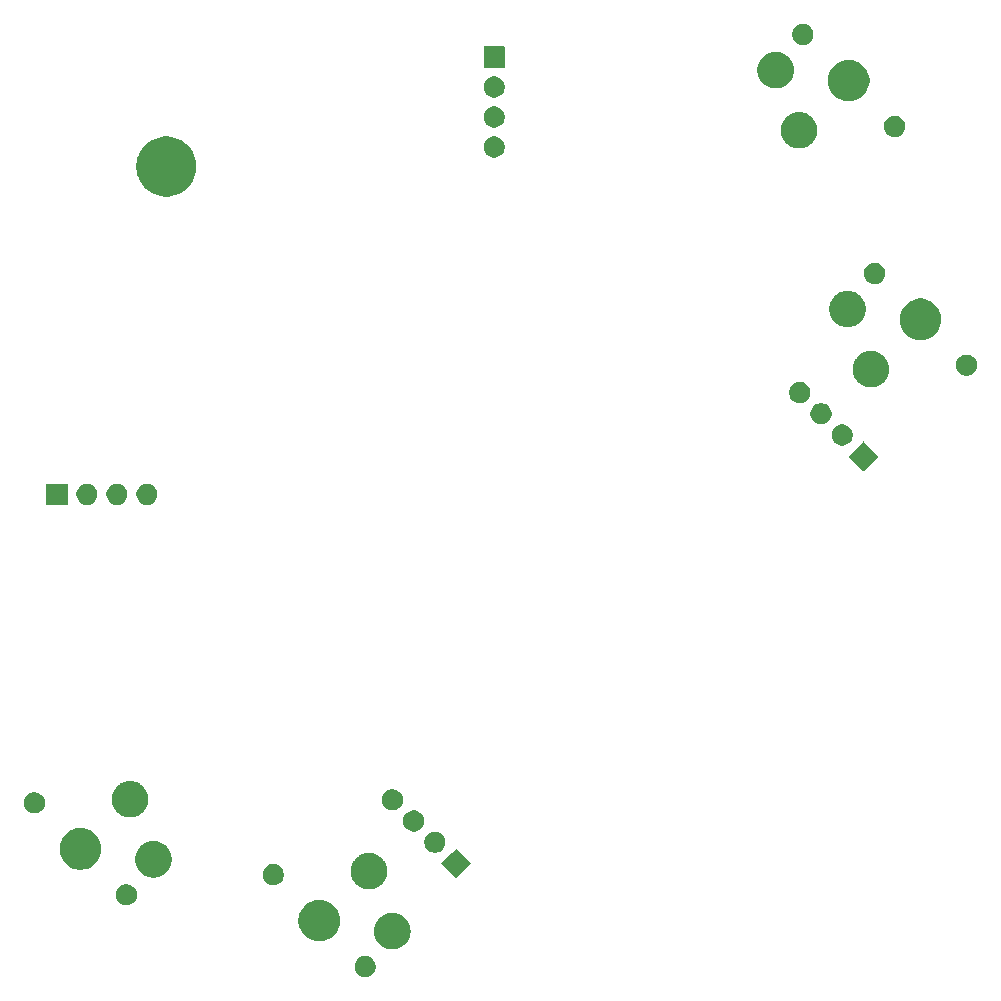
<source format=gbr>
G04 #@! TF.GenerationSoftware,KiCad,Pcbnew,9.0.2*
G04 #@! TF.CreationDate,2025-09-19T15:02:21-04:00*
G04 #@! TF.ProjectId,Trackball,54726163-6b62-4616-9c6c-2e6b69636164,rev?*
G04 #@! TF.SameCoordinates,Original*
G04 #@! TF.FileFunction,Soldermask,Top*
G04 #@! TF.FilePolarity,Negative*
%FSLAX46Y46*%
G04 Gerber Fmt 4.6, Leading zero omitted, Abs format (unit mm)*
G04 Created by KiCad (PCBNEW 9.0.2) date 2025-09-19 15:02:21*
%MOMM*%
%LPD*%
G01*
G04 APERTURE LIST*
G04 APERTURE END LIST*
G36*
X215216859Y-133767559D02*
G01*
X215380204Y-133835218D01*
X215527210Y-133933445D01*
X215652229Y-134058464D01*
X215750456Y-134205470D01*
X215818115Y-134368815D01*
X215852608Y-134542221D01*
X215852608Y-134719025D01*
X215818115Y-134892431D01*
X215750456Y-135055776D01*
X215652229Y-135202782D01*
X215527210Y-135327801D01*
X215380204Y-135426028D01*
X215216859Y-135493687D01*
X215043453Y-135528180D01*
X214866649Y-135528180D01*
X214693243Y-135493687D01*
X214529898Y-135426028D01*
X214382892Y-135327801D01*
X214257873Y-135202782D01*
X214159646Y-135055776D01*
X214091987Y-134892431D01*
X214057494Y-134719025D01*
X214057494Y-134542221D01*
X214091987Y-134368815D01*
X214159646Y-134205470D01*
X214257873Y-134058464D01*
X214382892Y-133933445D01*
X214529898Y-133835218D01*
X214693243Y-133767559D01*
X214866649Y-133733066D01*
X215043453Y-133733066D01*
X215216859Y-133767559D01*
G37*
G36*
X217363630Y-130079200D02*
G01*
X217374838Y-130079200D01*
X217430036Y-130087942D01*
X217555682Y-130104484D01*
X217586337Y-130112698D01*
X217615222Y-130117273D01*
X217670768Y-130135321D01*
X217751615Y-130156984D01*
X217803198Y-130178350D01*
X217846690Y-130192482D01*
X217887434Y-130213242D01*
X217939018Y-130234609D01*
X218011501Y-130276457D01*
X218063543Y-130302974D01*
X218087203Y-130320164D01*
X218114687Y-130336032D01*
X218215222Y-130413175D01*
X218260442Y-130446029D01*
X218268367Y-130453954D01*
X218275614Y-130459515D01*
X218419051Y-130602952D01*
X218424611Y-130610198D01*
X218432538Y-130618125D01*
X218465395Y-130663349D01*
X218542534Y-130763879D01*
X218558400Y-130791360D01*
X218575593Y-130815024D01*
X218602112Y-130867071D01*
X218643957Y-130939548D01*
X218665321Y-130991125D01*
X218686085Y-131031877D01*
X218700218Y-131075374D01*
X218721582Y-131126951D01*
X218743241Y-131207785D01*
X218761294Y-131263345D01*
X218765869Y-131292235D01*
X218774082Y-131322884D01*
X218790622Y-131448518D01*
X218799367Y-131503729D01*
X218799367Y-131514937D01*
X218800560Y-131523999D01*
X218800560Y-131726838D01*
X218799367Y-131735899D01*
X218799367Y-131747109D01*
X218790621Y-131802324D01*
X218774082Y-131927953D01*
X218765870Y-131958599D01*
X218761294Y-131987493D01*
X218743239Y-132043057D01*
X218721582Y-132123886D01*
X218700219Y-132175458D01*
X218686085Y-132218961D01*
X218665319Y-132259716D01*
X218643957Y-132311289D01*
X218602116Y-132383757D01*
X218575593Y-132435814D01*
X218558397Y-132459481D01*
X218542534Y-132486958D01*
X218465409Y-132587469D01*
X218432538Y-132632713D01*
X218424607Y-132640643D01*
X218419051Y-132647885D01*
X218275614Y-132791322D01*
X218268372Y-132796878D01*
X218260442Y-132804809D01*
X218215198Y-132837680D01*
X218114687Y-132914805D01*
X218087210Y-132930668D01*
X218063543Y-132947864D01*
X218011486Y-132974387D01*
X217939018Y-133016228D01*
X217887445Y-133037590D01*
X217846690Y-133058356D01*
X217803187Y-133072490D01*
X217751615Y-133093853D01*
X217670786Y-133115510D01*
X217615222Y-133133565D01*
X217586328Y-133138141D01*
X217555682Y-133146353D01*
X217430050Y-133162893D01*
X217374838Y-133171638D01*
X217363629Y-133171638D01*
X217354568Y-133172831D01*
X217151728Y-133172831D01*
X217142667Y-133171638D01*
X217131458Y-133171638D01*
X217076247Y-133162893D01*
X216950613Y-133146353D01*
X216919964Y-133138140D01*
X216891074Y-133133565D01*
X216835514Y-133115512D01*
X216754680Y-133093853D01*
X216703103Y-133072489D01*
X216659606Y-133058356D01*
X216618854Y-133037592D01*
X216567277Y-133016228D01*
X216494800Y-132974383D01*
X216442753Y-132947864D01*
X216419089Y-132930671D01*
X216391608Y-132914805D01*
X216291078Y-132837666D01*
X216245854Y-132804809D01*
X216237927Y-132796882D01*
X216230681Y-132791322D01*
X216087244Y-132647885D01*
X216081683Y-132640638D01*
X216073758Y-132632713D01*
X216040904Y-132587493D01*
X215963761Y-132486958D01*
X215947893Y-132459474D01*
X215930703Y-132435814D01*
X215904186Y-132383772D01*
X215862338Y-132311289D01*
X215840971Y-132259705D01*
X215820211Y-132218961D01*
X215806079Y-132175469D01*
X215784713Y-132123886D01*
X215763050Y-132043039D01*
X215745002Y-131987493D01*
X215740427Y-131958608D01*
X215732213Y-131927953D01*
X215715672Y-131802310D01*
X215706929Y-131747109D01*
X215706929Y-131735899D01*
X215705736Y-131726838D01*
X215705736Y-131523999D01*
X215706929Y-131514937D01*
X215706929Y-131503729D01*
X215715671Y-131448532D01*
X215732213Y-131322884D01*
X215740427Y-131292226D01*
X215745002Y-131263345D01*
X215763048Y-131207802D01*
X215784713Y-131126951D01*
X215806081Y-131075363D01*
X215820211Y-131031877D01*
X215840969Y-130991136D01*
X215862338Y-130939548D01*
X215904190Y-130867056D01*
X215930703Y-130815024D01*
X215947890Y-130791367D01*
X215963761Y-130763879D01*
X216040918Y-130663325D01*
X216073758Y-130618125D01*
X216081680Y-130610202D01*
X216087244Y-130602952D01*
X216230681Y-130459515D01*
X216237931Y-130453951D01*
X216245854Y-130446029D01*
X216291054Y-130413189D01*
X216391608Y-130336032D01*
X216419096Y-130320161D01*
X216442753Y-130302974D01*
X216494785Y-130276461D01*
X216567277Y-130234609D01*
X216618865Y-130213240D01*
X216659606Y-130192482D01*
X216703092Y-130178352D01*
X216754680Y-130156984D01*
X216835531Y-130135319D01*
X216891074Y-130117273D01*
X216919955Y-130112698D01*
X216950613Y-130104484D01*
X217076261Y-130087942D01*
X217131458Y-130079200D01*
X217142666Y-130079200D01*
X217151728Y-130078007D01*
X217354568Y-130078007D01*
X217363630Y-130079200D01*
G37*
G36*
X211410396Y-129009960D02*
G01*
X211633465Y-129069731D01*
X211846825Y-129158107D01*
X212046823Y-129273576D01*
X212230039Y-129414163D01*
X212393337Y-129577461D01*
X212533924Y-129760677D01*
X212649393Y-129960675D01*
X212737769Y-130174035D01*
X212797540Y-130397104D01*
X212827684Y-130626067D01*
X212827684Y-130857005D01*
X212797540Y-131085968D01*
X212737769Y-131309037D01*
X212649393Y-131522397D01*
X212533924Y-131722395D01*
X212393337Y-131905611D01*
X212230039Y-132068909D01*
X212046823Y-132209496D01*
X211846825Y-132324965D01*
X211633465Y-132413341D01*
X211410396Y-132473112D01*
X211181433Y-132503256D01*
X210950495Y-132503256D01*
X210721532Y-132473112D01*
X210498463Y-132413341D01*
X210285103Y-132324965D01*
X210085105Y-132209496D01*
X209901889Y-132068909D01*
X209738591Y-131905611D01*
X209598004Y-131722395D01*
X209482535Y-131522397D01*
X209394159Y-131309037D01*
X209334388Y-131085968D01*
X209304244Y-130857005D01*
X209304244Y-130626067D01*
X209334388Y-130397104D01*
X209394159Y-130174035D01*
X209482535Y-129960675D01*
X209598004Y-129760677D01*
X209738591Y-129577461D01*
X209901889Y-129414163D01*
X210085105Y-129273576D01*
X210285103Y-129158107D01*
X210498463Y-129069731D01*
X210721532Y-129009960D01*
X210950495Y-128979816D01*
X211181433Y-128979816D01*
X211410396Y-129009960D01*
G37*
G36*
X194993605Y-127686441D02*
G01*
X195156950Y-127754100D01*
X195303956Y-127852327D01*
X195428975Y-127977346D01*
X195527202Y-128124352D01*
X195594861Y-128287697D01*
X195629354Y-128461103D01*
X195629354Y-128637907D01*
X195594861Y-128811313D01*
X195527202Y-128974658D01*
X195428975Y-129121664D01*
X195303956Y-129246683D01*
X195156950Y-129344910D01*
X194993605Y-129412569D01*
X194820199Y-129447062D01*
X194643395Y-129447062D01*
X194469989Y-129412569D01*
X194306644Y-129344910D01*
X194159638Y-129246683D01*
X194034619Y-129121664D01*
X193936392Y-128974658D01*
X193868733Y-128811313D01*
X193834240Y-128637907D01*
X193834240Y-128461103D01*
X193868733Y-128287697D01*
X193936392Y-128124352D01*
X194034619Y-127977346D01*
X194159638Y-127852327D01*
X194306644Y-127754100D01*
X194469989Y-127686441D01*
X194643395Y-127651948D01*
X194820199Y-127651948D01*
X194993605Y-127686441D01*
G37*
G36*
X215383731Y-124988032D02*
G01*
X215394939Y-124988032D01*
X215450137Y-124996774D01*
X215575783Y-125013316D01*
X215606438Y-125021530D01*
X215635323Y-125026105D01*
X215690869Y-125044153D01*
X215771716Y-125065816D01*
X215823299Y-125087182D01*
X215866791Y-125101314D01*
X215907535Y-125122074D01*
X215959119Y-125143441D01*
X216031602Y-125185289D01*
X216083644Y-125211806D01*
X216107304Y-125228996D01*
X216134788Y-125244864D01*
X216235323Y-125322007D01*
X216280543Y-125354861D01*
X216288468Y-125362786D01*
X216295715Y-125368347D01*
X216439152Y-125511784D01*
X216444712Y-125519030D01*
X216452639Y-125526957D01*
X216485496Y-125572181D01*
X216562635Y-125672711D01*
X216578501Y-125700192D01*
X216595694Y-125723856D01*
X216622213Y-125775903D01*
X216664058Y-125848380D01*
X216685422Y-125899957D01*
X216706186Y-125940709D01*
X216720319Y-125984206D01*
X216741683Y-126035783D01*
X216763342Y-126116617D01*
X216781395Y-126172177D01*
X216785970Y-126201067D01*
X216794183Y-126231716D01*
X216810723Y-126357350D01*
X216819468Y-126412561D01*
X216819468Y-126423769D01*
X216820661Y-126432831D01*
X216820661Y-126635670D01*
X216819468Y-126644731D01*
X216819468Y-126655941D01*
X216810722Y-126711156D01*
X216794183Y-126836785D01*
X216785971Y-126867431D01*
X216781395Y-126896325D01*
X216763340Y-126951889D01*
X216741683Y-127032718D01*
X216720320Y-127084290D01*
X216706186Y-127127793D01*
X216685420Y-127168548D01*
X216664058Y-127220121D01*
X216622217Y-127292589D01*
X216595694Y-127344646D01*
X216578498Y-127368313D01*
X216562635Y-127395790D01*
X216485510Y-127496301D01*
X216452639Y-127541545D01*
X216444708Y-127549475D01*
X216439152Y-127556717D01*
X216295715Y-127700154D01*
X216288473Y-127705710D01*
X216280543Y-127713641D01*
X216235299Y-127746512D01*
X216134788Y-127823637D01*
X216107311Y-127839500D01*
X216083644Y-127856696D01*
X216031587Y-127883219D01*
X215959119Y-127925060D01*
X215907546Y-127946422D01*
X215866791Y-127967188D01*
X215823288Y-127981322D01*
X215771716Y-128002685D01*
X215690887Y-128024342D01*
X215635323Y-128042397D01*
X215606429Y-128046973D01*
X215575783Y-128055185D01*
X215450151Y-128071725D01*
X215394939Y-128080470D01*
X215383730Y-128080470D01*
X215374669Y-128081663D01*
X215171829Y-128081663D01*
X215162768Y-128080470D01*
X215151559Y-128080470D01*
X215096348Y-128071725D01*
X214970714Y-128055185D01*
X214940065Y-128046972D01*
X214911175Y-128042397D01*
X214855615Y-128024344D01*
X214774781Y-128002685D01*
X214723204Y-127981321D01*
X214679707Y-127967188D01*
X214638955Y-127946424D01*
X214587378Y-127925060D01*
X214514901Y-127883215D01*
X214462854Y-127856696D01*
X214439190Y-127839503D01*
X214411709Y-127823637D01*
X214311179Y-127746498D01*
X214265955Y-127713641D01*
X214258028Y-127705714D01*
X214250782Y-127700154D01*
X214107345Y-127556717D01*
X214101784Y-127549470D01*
X214093859Y-127541545D01*
X214061005Y-127496325D01*
X213983862Y-127395790D01*
X213967994Y-127368306D01*
X213950804Y-127344646D01*
X213924287Y-127292604D01*
X213882439Y-127220121D01*
X213861072Y-127168537D01*
X213840312Y-127127793D01*
X213826180Y-127084301D01*
X213804814Y-127032718D01*
X213783151Y-126951871D01*
X213765103Y-126896325D01*
X213760528Y-126867440D01*
X213752314Y-126836785D01*
X213735773Y-126711142D01*
X213727030Y-126655941D01*
X213727030Y-126644731D01*
X213725837Y-126635670D01*
X213725837Y-126432831D01*
X213727030Y-126423769D01*
X213727030Y-126412561D01*
X213735772Y-126357364D01*
X213752314Y-126231716D01*
X213760528Y-126201058D01*
X213765103Y-126172177D01*
X213783149Y-126116634D01*
X213804814Y-126035783D01*
X213826182Y-125984195D01*
X213840312Y-125940709D01*
X213861070Y-125899968D01*
X213882439Y-125848380D01*
X213924291Y-125775888D01*
X213950804Y-125723856D01*
X213967991Y-125700199D01*
X213983862Y-125672711D01*
X214061019Y-125572157D01*
X214093859Y-125526957D01*
X214101781Y-125519034D01*
X214107345Y-125511784D01*
X214250782Y-125368347D01*
X214258032Y-125362783D01*
X214265955Y-125354861D01*
X214311155Y-125322021D01*
X214411709Y-125244864D01*
X214439197Y-125228993D01*
X214462854Y-125211806D01*
X214514886Y-125185293D01*
X214587378Y-125143441D01*
X214638966Y-125122072D01*
X214679707Y-125101314D01*
X214723193Y-125087184D01*
X214774781Y-125065816D01*
X214855632Y-125044151D01*
X214911175Y-125026105D01*
X214940056Y-125021530D01*
X214970714Y-125013316D01*
X215096362Y-124996774D01*
X215151559Y-124988032D01*
X215162767Y-124988032D01*
X215171829Y-124986839D01*
X215374669Y-124986839D01*
X215383731Y-124988032D01*
G37*
G36*
X207438685Y-125989385D02*
G01*
X207602030Y-126057044D01*
X207749036Y-126155271D01*
X207874055Y-126280290D01*
X207972282Y-126427296D01*
X208039941Y-126590641D01*
X208074434Y-126764047D01*
X208074434Y-126940851D01*
X208039941Y-127114257D01*
X207972282Y-127277602D01*
X207874055Y-127424608D01*
X207749036Y-127549627D01*
X207602030Y-127647854D01*
X207438685Y-127715513D01*
X207265279Y-127750006D01*
X207088475Y-127750006D01*
X206915069Y-127715513D01*
X206751724Y-127647854D01*
X206604718Y-127549627D01*
X206479699Y-127424608D01*
X206381472Y-127277602D01*
X206313813Y-127114257D01*
X206279320Y-126940851D01*
X206279320Y-126764047D01*
X206313813Y-126590641D01*
X206381472Y-126427296D01*
X206479699Y-126280290D01*
X206604718Y-126155271D01*
X206751724Y-126057044D01*
X206915069Y-125989385D01*
X207088475Y-125954892D01*
X207265279Y-125954892D01*
X207438685Y-125989385D01*
G37*
G36*
X222670719Y-124650069D02*
G01*
X222687264Y-124661125D01*
X223889346Y-125863207D01*
X223900402Y-125879752D01*
X223904283Y-125899269D01*
X223900402Y-125918786D01*
X223889346Y-125935331D01*
X222687264Y-127137413D01*
X222670719Y-127148469D01*
X222651202Y-127152350D01*
X222631685Y-127148469D01*
X222615140Y-127137413D01*
X221413058Y-125935331D01*
X221402002Y-125918786D01*
X221398121Y-125899269D01*
X221402002Y-125879752D01*
X221413058Y-125863207D01*
X222289426Y-124986839D01*
X222606435Y-124669829D01*
X222606438Y-124669826D01*
X222615140Y-124661125D01*
X222631685Y-124650069D01*
X222651202Y-124646188D01*
X222670719Y-124650069D01*
G37*
G36*
X197140376Y-123998082D02*
G01*
X197151584Y-123998082D01*
X197206782Y-124006824D01*
X197332428Y-124023366D01*
X197363083Y-124031580D01*
X197391968Y-124036155D01*
X197447514Y-124054203D01*
X197528361Y-124075866D01*
X197579944Y-124097232D01*
X197623436Y-124111364D01*
X197664180Y-124132124D01*
X197715764Y-124153491D01*
X197788247Y-124195339D01*
X197840289Y-124221856D01*
X197863949Y-124239046D01*
X197891433Y-124254914D01*
X197991968Y-124332057D01*
X198037188Y-124364911D01*
X198045113Y-124372836D01*
X198052360Y-124378397D01*
X198195797Y-124521834D01*
X198201357Y-124529080D01*
X198209284Y-124537007D01*
X198242141Y-124582231D01*
X198319280Y-124682761D01*
X198335146Y-124710242D01*
X198352339Y-124733906D01*
X198378858Y-124785953D01*
X198420703Y-124858430D01*
X198442067Y-124910007D01*
X198462831Y-124950759D01*
X198476964Y-124994256D01*
X198498328Y-125045833D01*
X198519987Y-125126667D01*
X198538040Y-125182227D01*
X198542615Y-125211117D01*
X198550828Y-125241766D01*
X198567368Y-125367400D01*
X198576113Y-125422611D01*
X198576113Y-125433819D01*
X198577306Y-125442881D01*
X198577306Y-125645720D01*
X198576113Y-125654781D01*
X198576113Y-125665991D01*
X198567367Y-125721206D01*
X198550828Y-125846835D01*
X198542616Y-125877481D01*
X198538040Y-125906375D01*
X198519985Y-125961939D01*
X198498328Y-126042768D01*
X198476965Y-126094340D01*
X198462831Y-126137843D01*
X198442065Y-126178598D01*
X198420703Y-126230171D01*
X198378862Y-126302639D01*
X198352339Y-126354696D01*
X198335143Y-126378363D01*
X198319280Y-126405840D01*
X198242155Y-126506351D01*
X198209284Y-126551595D01*
X198201353Y-126559525D01*
X198195797Y-126566767D01*
X198052360Y-126710204D01*
X198045118Y-126715760D01*
X198037188Y-126723691D01*
X197991944Y-126756562D01*
X197891433Y-126833687D01*
X197863956Y-126849550D01*
X197840289Y-126866746D01*
X197788232Y-126893269D01*
X197715764Y-126935110D01*
X197664191Y-126956472D01*
X197623436Y-126977238D01*
X197579933Y-126991372D01*
X197528361Y-127012735D01*
X197447532Y-127034392D01*
X197391968Y-127052447D01*
X197363074Y-127057023D01*
X197332428Y-127065235D01*
X197206796Y-127081775D01*
X197151584Y-127090520D01*
X197140375Y-127090520D01*
X197131314Y-127091713D01*
X196928474Y-127091713D01*
X196919413Y-127090520D01*
X196908204Y-127090520D01*
X196852993Y-127081775D01*
X196727359Y-127065235D01*
X196696710Y-127057022D01*
X196667820Y-127052447D01*
X196612260Y-127034394D01*
X196531426Y-127012735D01*
X196479849Y-126991371D01*
X196436352Y-126977238D01*
X196395600Y-126956474D01*
X196344023Y-126935110D01*
X196271546Y-126893265D01*
X196219499Y-126866746D01*
X196195835Y-126849553D01*
X196168354Y-126833687D01*
X196067824Y-126756548D01*
X196022600Y-126723691D01*
X196014673Y-126715764D01*
X196007427Y-126710204D01*
X195863990Y-126566767D01*
X195858429Y-126559520D01*
X195850504Y-126551595D01*
X195817650Y-126506375D01*
X195740507Y-126405840D01*
X195724639Y-126378356D01*
X195707449Y-126354696D01*
X195680932Y-126302654D01*
X195639084Y-126230171D01*
X195617717Y-126178587D01*
X195596957Y-126137843D01*
X195582825Y-126094351D01*
X195561459Y-126042768D01*
X195539796Y-125961921D01*
X195521748Y-125906375D01*
X195517173Y-125877490D01*
X195508959Y-125846835D01*
X195492418Y-125721192D01*
X195483675Y-125665991D01*
X195483675Y-125654781D01*
X195482482Y-125645720D01*
X195482482Y-125442881D01*
X195483675Y-125433819D01*
X195483675Y-125422611D01*
X195492417Y-125367414D01*
X195508959Y-125241766D01*
X195517173Y-125211108D01*
X195521748Y-125182227D01*
X195539794Y-125126684D01*
X195561459Y-125045833D01*
X195582827Y-124994245D01*
X195596957Y-124950759D01*
X195617715Y-124910018D01*
X195639084Y-124858430D01*
X195680936Y-124785938D01*
X195707449Y-124733906D01*
X195724636Y-124710249D01*
X195740507Y-124682761D01*
X195817664Y-124582207D01*
X195850504Y-124537007D01*
X195858426Y-124529084D01*
X195863990Y-124521834D01*
X196007427Y-124378397D01*
X196014677Y-124372833D01*
X196022600Y-124364911D01*
X196067800Y-124332071D01*
X196168354Y-124254914D01*
X196195842Y-124239043D01*
X196219499Y-124221856D01*
X196271531Y-124195343D01*
X196344023Y-124153491D01*
X196395611Y-124132122D01*
X196436352Y-124111364D01*
X196479838Y-124097234D01*
X196531426Y-124075866D01*
X196612277Y-124054201D01*
X196667820Y-124036155D01*
X196696701Y-124031580D01*
X196727359Y-124023366D01*
X196853007Y-124006824D01*
X196908204Y-123998082D01*
X196919412Y-123998082D01*
X196928474Y-123996889D01*
X197131314Y-123996889D01*
X197140376Y-123998082D01*
G37*
G36*
X191187142Y-122928842D02*
G01*
X191410211Y-122988613D01*
X191623571Y-123076989D01*
X191823569Y-123192458D01*
X192006785Y-123333045D01*
X192170083Y-123496343D01*
X192310670Y-123679559D01*
X192426139Y-123879557D01*
X192514515Y-124092917D01*
X192574286Y-124315986D01*
X192604430Y-124544949D01*
X192604430Y-124775887D01*
X192574286Y-125004850D01*
X192514515Y-125227919D01*
X192426139Y-125441279D01*
X192310670Y-125641277D01*
X192170083Y-125824493D01*
X192006785Y-125987791D01*
X191823569Y-126128378D01*
X191623571Y-126243847D01*
X191410211Y-126332223D01*
X191187142Y-126391994D01*
X190958179Y-126422138D01*
X190727241Y-126422138D01*
X190498278Y-126391994D01*
X190275209Y-126332223D01*
X190061849Y-126243847D01*
X189861851Y-126128378D01*
X189678635Y-125987791D01*
X189515337Y-125824493D01*
X189374750Y-125641277D01*
X189259281Y-125441279D01*
X189170905Y-125227919D01*
X189111134Y-125004850D01*
X189080990Y-124775887D01*
X189080990Y-124544949D01*
X189111134Y-124315986D01*
X189170905Y-124092917D01*
X189259281Y-123879557D01*
X189374750Y-123679559D01*
X189515337Y-123496343D01*
X189678635Y-123333045D01*
X189861851Y-123192458D01*
X190061849Y-123076989D01*
X190275209Y-122988613D01*
X190498278Y-122928842D01*
X190727241Y-122898698D01*
X190958179Y-122898698D01*
X191187142Y-122928842D01*
G37*
G36*
X221116697Y-123241015D02*
G01*
X221279879Y-123308607D01*
X221426739Y-123406736D01*
X221551633Y-123531630D01*
X221649762Y-123678490D01*
X221717354Y-123841672D01*
X221751812Y-124014905D01*
X221751812Y-124191531D01*
X221717354Y-124364764D01*
X221649762Y-124527946D01*
X221551633Y-124674806D01*
X221426739Y-124799700D01*
X221279879Y-124897829D01*
X221116697Y-124965421D01*
X220943464Y-124999879D01*
X220766838Y-124999879D01*
X220593605Y-124965421D01*
X220430423Y-124897829D01*
X220283563Y-124799700D01*
X220158669Y-124674806D01*
X220060540Y-124527946D01*
X219992948Y-124364764D01*
X219958490Y-124191531D01*
X219958490Y-124014905D01*
X219992948Y-123841672D01*
X220060540Y-123678490D01*
X220158669Y-123531630D01*
X220283563Y-123406736D01*
X220430423Y-123308607D01*
X220593605Y-123241015D01*
X220766838Y-123206557D01*
X220943464Y-123206557D01*
X221116697Y-123241015D01*
G37*
G36*
X219320646Y-121444964D02*
G01*
X219483828Y-121512556D01*
X219630688Y-121610685D01*
X219755582Y-121735579D01*
X219853711Y-121882439D01*
X219921303Y-122045621D01*
X219955761Y-122218854D01*
X219955761Y-122395480D01*
X219921303Y-122568713D01*
X219853711Y-122731895D01*
X219755582Y-122878755D01*
X219630688Y-123003649D01*
X219483828Y-123101778D01*
X219320646Y-123169370D01*
X219147413Y-123203828D01*
X218970787Y-123203828D01*
X218797554Y-123169370D01*
X218634372Y-123101778D01*
X218487512Y-123003649D01*
X218362618Y-122878755D01*
X218264489Y-122731895D01*
X218196897Y-122568713D01*
X218162439Y-122395480D01*
X218162439Y-122218854D01*
X218196897Y-122045621D01*
X218264489Y-121882439D01*
X218362618Y-121735579D01*
X218487512Y-121610685D01*
X218634372Y-121512556D01*
X218797554Y-121444964D01*
X218970787Y-121410506D01*
X219147413Y-121410506D01*
X219320646Y-121444964D01*
G37*
G36*
X195160477Y-118906914D02*
G01*
X195171685Y-118906914D01*
X195226883Y-118915656D01*
X195352529Y-118932198D01*
X195383184Y-118940412D01*
X195412069Y-118944987D01*
X195467615Y-118963035D01*
X195548462Y-118984698D01*
X195600045Y-119006064D01*
X195643537Y-119020196D01*
X195684281Y-119040956D01*
X195735865Y-119062323D01*
X195808348Y-119104171D01*
X195860390Y-119130688D01*
X195884050Y-119147878D01*
X195911534Y-119163746D01*
X196012069Y-119240889D01*
X196057289Y-119273743D01*
X196065214Y-119281668D01*
X196072461Y-119287229D01*
X196215898Y-119430666D01*
X196221458Y-119437912D01*
X196229385Y-119445839D01*
X196262242Y-119491063D01*
X196339381Y-119591593D01*
X196355247Y-119619074D01*
X196372440Y-119642738D01*
X196398959Y-119694785D01*
X196440804Y-119767262D01*
X196462168Y-119818839D01*
X196482932Y-119859591D01*
X196497065Y-119903088D01*
X196518429Y-119954665D01*
X196540088Y-120035499D01*
X196558141Y-120091059D01*
X196562716Y-120119949D01*
X196570929Y-120150598D01*
X196587469Y-120276232D01*
X196596214Y-120331443D01*
X196596214Y-120342651D01*
X196597407Y-120351713D01*
X196597407Y-120554552D01*
X196596214Y-120563613D01*
X196596214Y-120574823D01*
X196587468Y-120630038D01*
X196570929Y-120755667D01*
X196562717Y-120786313D01*
X196558141Y-120815207D01*
X196540086Y-120870771D01*
X196518429Y-120951600D01*
X196497066Y-121003172D01*
X196482932Y-121046675D01*
X196462166Y-121087430D01*
X196440804Y-121139003D01*
X196398963Y-121211471D01*
X196372440Y-121263528D01*
X196355244Y-121287195D01*
X196339381Y-121314672D01*
X196262256Y-121415183D01*
X196229385Y-121460427D01*
X196221454Y-121468357D01*
X196215898Y-121475599D01*
X196072461Y-121619036D01*
X196065219Y-121624592D01*
X196057289Y-121632523D01*
X196012045Y-121665394D01*
X195911534Y-121742519D01*
X195884057Y-121758382D01*
X195860390Y-121775578D01*
X195808333Y-121802101D01*
X195735865Y-121843942D01*
X195684292Y-121865304D01*
X195643537Y-121886070D01*
X195600034Y-121900204D01*
X195548462Y-121921567D01*
X195467633Y-121943224D01*
X195412069Y-121961279D01*
X195383175Y-121965855D01*
X195352529Y-121974067D01*
X195226897Y-121990607D01*
X195171685Y-121999352D01*
X195160476Y-121999352D01*
X195151415Y-122000545D01*
X194948575Y-122000545D01*
X194939514Y-121999352D01*
X194928305Y-121999352D01*
X194873094Y-121990607D01*
X194747460Y-121974067D01*
X194716811Y-121965854D01*
X194687921Y-121961279D01*
X194632361Y-121943226D01*
X194551527Y-121921567D01*
X194499950Y-121900203D01*
X194456453Y-121886070D01*
X194415701Y-121865306D01*
X194364124Y-121843942D01*
X194291647Y-121802097D01*
X194239600Y-121775578D01*
X194215936Y-121758385D01*
X194188455Y-121742519D01*
X194087925Y-121665380D01*
X194042701Y-121632523D01*
X194034774Y-121624596D01*
X194027528Y-121619036D01*
X193884091Y-121475599D01*
X193878530Y-121468352D01*
X193870605Y-121460427D01*
X193837751Y-121415207D01*
X193760608Y-121314672D01*
X193744740Y-121287188D01*
X193727550Y-121263528D01*
X193701033Y-121211486D01*
X193659185Y-121139003D01*
X193637818Y-121087419D01*
X193617058Y-121046675D01*
X193602926Y-121003183D01*
X193581560Y-120951600D01*
X193559897Y-120870753D01*
X193541849Y-120815207D01*
X193537274Y-120786322D01*
X193529060Y-120755667D01*
X193512519Y-120630024D01*
X193503776Y-120574823D01*
X193503776Y-120563613D01*
X193502583Y-120554552D01*
X193502583Y-120351713D01*
X193503776Y-120342651D01*
X193503776Y-120331443D01*
X193512518Y-120276246D01*
X193529060Y-120150598D01*
X193537274Y-120119940D01*
X193541849Y-120091059D01*
X193559895Y-120035516D01*
X193581560Y-119954665D01*
X193602928Y-119903077D01*
X193617058Y-119859591D01*
X193637816Y-119818850D01*
X193659185Y-119767262D01*
X193701037Y-119694770D01*
X193727550Y-119642738D01*
X193744737Y-119619081D01*
X193760608Y-119591593D01*
X193837765Y-119491039D01*
X193870605Y-119445839D01*
X193878527Y-119437916D01*
X193884091Y-119430666D01*
X194027528Y-119287229D01*
X194034778Y-119281665D01*
X194042701Y-119273743D01*
X194087901Y-119240903D01*
X194188455Y-119163746D01*
X194215943Y-119147875D01*
X194239600Y-119130688D01*
X194291632Y-119104175D01*
X194364124Y-119062323D01*
X194415712Y-119040954D01*
X194456453Y-119020196D01*
X194499939Y-119006066D01*
X194551527Y-118984698D01*
X194632378Y-118963033D01*
X194687921Y-118944987D01*
X194716802Y-118940412D01*
X194747460Y-118932198D01*
X194873108Y-118915656D01*
X194928305Y-118906914D01*
X194939513Y-118906914D01*
X194948575Y-118905721D01*
X195151415Y-118905721D01*
X195160477Y-118906914D01*
G37*
G36*
X187215431Y-119908267D02*
G01*
X187378776Y-119975926D01*
X187525782Y-120074153D01*
X187650801Y-120199172D01*
X187749028Y-120346178D01*
X187816687Y-120509523D01*
X187851180Y-120682929D01*
X187851180Y-120859733D01*
X187816687Y-121033139D01*
X187749028Y-121196484D01*
X187650801Y-121343490D01*
X187525782Y-121468509D01*
X187378776Y-121566736D01*
X187215431Y-121634395D01*
X187042025Y-121668888D01*
X186865221Y-121668888D01*
X186691815Y-121634395D01*
X186528470Y-121566736D01*
X186381464Y-121468509D01*
X186256445Y-121343490D01*
X186158218Y-121196484D01*
X186090559Y-121033139D01*
X186056066Y-120859733D01*
X186056066Y-120682929D01*
X186090559Y-120509523D01*
X186158218Y-120346178D01*
X186256445Y-120199172D01*
X186381464Y-120074153D01*
X186528470Y-119975926D01*
X186691815Y-119908267D01*
X186865221Y-119873774D01*
X187042025Y-119873774D01*
X187215431Y-119908267D01*
G37*
G36*
X217524594Y-119648912D02*
G01*
X217687776Y-119716504D01*
X217834636Y-119814633D01*
X217959530Y-119939527D01*
X218057659Y-120086387D01*
X218125251Y-120249569D01*
X218159709Y-120422802D01*
X218159709Y-120599428D01*
X218125251Y-120772661D01*
X218057659Y-120935843D01*
X217959530Y-121082703D01*
X217834636Y-121207597D01*
X217687776Y-121305726D01*
X217524594Y-121373318D01*
X217351361Y-121407776D01*
X217174735Y-121407776D01*
X217001502Y-121373318D01*
X216838320Y-121305726D01*
X216691460Y-121207597D01*
X216566566Y-121082703D01*
X216468437Y-120935843D01*
X216400845Y-120772661D01*
X216366387Y-120599428D01*
X216366387Y-120422802D01*
X216400845Y-120249569D01*
X216468437Y-120086387D01*
X216566566Y-119939527D01*
X216691460Y-119814633D01*
X216838320Y-119716504D01*
X217001502Y-119648912D01*
X217174735Y-119614454D01*
X217351361Y-119614454D01*
X217524594Y-119648912D01*
G37*
G36*
X189723771Y-93753688D02*
G01*
X189740316Y-93764744D01*
X189751372Y-93781289D01*
X189755254Y-93800806D01*
X189755254Y-95500806D01*
X189751372Y-95520323D01*
X189740316Y-95536868D01*
X189723771Y-95547924D01*
X189704254Y-95551806D01*
X188004254Y-95551806D01*
X187984737Y-95547924D01*
X187968192Y-95536868D01*
X187957136Y-95520323D01*
X187953254Y-95500806D01*
X187953254Y-93800806D01*
X187957136Y-93781289D01*
X187968192Y-93764744D01*
X187984737Y-93753688D01*
X188004254Y-93749806D01*
X189704254Y-93749806D01*
X189723771Y-93753688D01*
G37*
G36*
X191655800Y-93788603D02*
G01*
X191818982Y-93856195D01*
X191965842Y-93954324D01*
X192090736Y-94079218D01*
X192188865Y-94226078D01*
X192256457Y-94389260D01*
X192290915Y-94562493D01*
X192290915Y-94739119D01*
X192256457Y-94912352D01*
X192188865Y-95075534D01*
X192090736Y-95222394D01*
X191965842Y-95347288D01*
X191818982Y-95445417D01*
X191655800Y-95513009D01*
X191482567Y-95547467D01*
X191305941Y-95547467D01*
X191132708Y-95513009D01*
X190969526Y-95445417D01*
X190822666Y-95347288D01*
X190697772Y-95222394D01*
X190599643Y-95075534D01*
X190532051Y-94912352D01*
X190497593Y-94739119D01*
X190497593Y-94562493D01*
X190532051Y-94389260D01*
X190599643Y-94226078D01*
X190697772Y-94079218D01*
X190822666Y-93954324D01*
X190969526Y-93856195D01*
X191132708Y-93788603D01*
X191305941Y-93754145D01*
X191482567Y-93754145D01*
X191655800Y-93788603D01*
G37*
G36*
X194195799Y-93788603D02*
G01*
X194358981Y-93856195D01*
X194505841Y-93954324D01*
X194630735Y-94079218D01*
X194728864Y-94226078D01*
X194796456Y-94389260D01*
X194830914Y-94562493D01*
X194830914Y-94739119D01*
X194796456Y-94912352D01*
X194728864Y-95075534D01*
X194630735Y-95222394D01*
X194505841Y-95347288D01*
X194358981Y-95445417D01*
X194195799Y-95513009D01*
X194022566Y-95547467D01*
X193845940Y-95547467D01*
X193672707Y-95513009D01*
X193509525Y-95445417D01*
X193362665Y-95347288D01*
X193237771Y-95222394D01*
X193139642Y-95075534D01*
X193072050Y-94912352D01*
X193037592Y-94739119D01*
X193037592Y-94562493D01*
X193072050Y-94389260D01*
X193139642Y-94226078D01*
X193237771Y-94079218D01*
X193362665Y-93954324D01*
X193509525Y-93856195D01*
X193672707Y-93788603D01*
X193845940Y-93754145D01*
X194022566Y-93754145D01*
X194195799Y-93788603D01*
G37*
G36*
X196735800Y-93788603D02*
G01*
X196898982Y-93856195D01*
X197045842Y-93954324D01*
X197170736Y-94079218D01*
X197268865Y-94226078D01*
X197336457Y-94389260D01*
X197370915Y-94562493D01*
X197370915Y-94739119D01*
X197336457Y-94912352D01*
X197268865Y-95075534D01*
X197170736Y-95222394D01*
X197045842Y-95347288D01*
X196898982Y-95445417D01*
X196735800Y-95513009D01*
X196562567Y-95547467D01*
X196385941Y-95547467D01*
X196212708Y-95513009D01*
X196049526Y-95445417D01*
X195902666Y-95347288D01*
X195777772Y-95222394D01*
X195679643Y-95075534D01*
X195612051Y-94912352D01*
X195577593Y-94739119D01*
X195577593Y-94562493D01*
X195612051Y-94389260D01*
X195679643Y-94226078D01*
X195777772Y-94079218D01*
X195902666Y-93954324D01*
X196049526Y-93856195D01*
X196212708Y-93788603D01*
X196385941Y-93754145D01*
X196562567Y-93754145D01*
X196735800Y-93788603D01*
G37*
G36*
X257154902Y-90165885D02*
G01*
X257171447Y-90176941D01*
X258373529Y-91379023D01*
X258384585Y-91395568D01*
X258388466Y-91415085D01*
X258384585Y-91434602D01*
X258373529Y-91451147D01*
X257171447Y-92653229D01*
X257154902Y-92664285D01*
X257135385Y-92668166D01*
X257115868Y-92664285D01*
X257099323Y-92653229D01*
X255897241Y-91451147D01*
X255886185Y-91434602D01*
X255882304Y-91415085D01*
X255886185Y-91395568D01*
X255897241Y-91379023D01*
X256761170Y-90515094D01*
X257090618Y-90185645D01*
X257090621Y-90185642D01*
X257099323Y-90176941D01*
X257115868Y-90165885D01*
X257135385Y-90162004D01*
X257154902Y-90165885D01*
G37*
G36*
X255600880Y-88756831D02*
G01*
X255764062Y-88824423D01*
X255910922Y-88922552D01*
X256035816Y-89047446D01*
X256133945Y-89194306D01*
X256201537Y-89357488D01*
X256235995Y-89530721D01*
X256235995Y-89707347D01*
X256201537Y-89880580D01*
X256133945Y-90043762D01*
X256035816Y-90190622D01*
X255910922Y-90315516D01*
X255764062Y-90413645D01*
X255600880Y-90481237D01*
X255427647Y-90515695D01*
X255251021Y-90515695D01*
X255077788Y-90481237D01*
X254914606Y-90413645D01*
X254767746Y-90315516D01*
X254642852Y-90190622D01*
X254544723Y-90043762D01*
X254477131Y-89880580D01*
X254442673Y-89707347D01*
X254442673Y-89530721D01*
X254477131Y-89357488D01*
X254544723Y-89194306D01*
X254642852Y-89047446D01*
X254767746Y-88922552D01*
X254914606Y-88824423D01*
X255077788Y-88756831D01*
X255251021Y-88722373D01*
X255427647Y-88722373D01*
X255600880Y-88756831D01*
G37*
G36*
X253804829Y-86960780D02*
G01*
X253968011Y-87028372D01*
X254114871Y-87126501D01*
X254239765Y-87251395D01*
X254337894Y-87398255D01*
X254405486Y-87561437D01*
X254439944Y-87734670D01*
X254439944Y-87911296D01*
X254405486Y-88084529D01*
X254337894Y-88247711D01*
X254239765Y-88394571D01*
X254114871Y-88519465D01*
X253968011Y-88617594D01*
X253804829Y-88685186D01*
X253631596Y-88719644D01*
X253454970Y-88719644D01*
X253281737Y-88685186D01*
X253118555Y-88617594D01*
X252971695Y-88519465D01*
X252846801Y-88394571D01*
X252748672Y-88247711D01*
X252681080Y-88084529D01*
X252646622Y-87911296D01*
X252646622Y-87734670D01*
X252681080Y-87561437D01*
X252748672Y-87398255D01*
X252846801Y-87251395D01*
X252971695Y-87126501D01*
X253118555Y-87028372D01*
X253281737Y-86960780D01*
X253454970Y-86926322D01*
X253631596Y-86926322D01*
X253804829Y-86960780D01*
G37*
G36*
X252008777Y-85164728D02*
G01*
X252171959Y-85232320D01*
X252318819Y-85330449D01*
X252443713Y-85455343D01*
X252541842Y-85602203D01*
X252609434Y-85765385D01*
X252643892Y-85938618D01*
X252643892Y-86115244D01*
X252609434Y-86288477D01*
X252541842Y-86451659D01*
X252443713Y-86598519D01*
X252318819Y-86723413D01*
X252171959Y-86821542D01*
X252008777Y-86889134D01*
X251835544Y-86923592D01*
X251658918Y-86923592D01*
X251485685Y-86889134D01*
X251322503Y-86821542D01*
X251175643Y-86723413D01*
X251050749Y-86598519D01*
X250952620Y-86451659D01*
X250885028Y-86288477D01*
X250850570Y-86115244D01*
X250850570Y-85938618D01*
X250885028Y-85765385D01*
X250952620Y-85602203D01*
X251050749Y-85455343D01*
X251175643Y-85330449D01*
X251322503Y-85232320D01*
X251485685Y-85164728D01*
X251658918Y-85130270D01*
X251835544Y-85130270D01*
X252008777Y-85164728D01*
G37*
G36*
X257880850Y-82490914D02*
G01*
X257892058Y-82490914D01*
X257947256Y-82499656D01*
X258072902Y-82516198D01*
X258103557Y-82524412D01*
X258132442Y-82528987D01*
X258187988Y-82547035D01*
X258268835Y-82568698D01*
X258320418Y-82590064D01*
X258363910Y-82604196D01*
X258404654Y-82624956D01*
X258456238Y-82646323D01*
X258528721Y-82688171D01*
X258580763Y-82714688D01*
X258604423Y-82731878D01*
X258631907Y-82747746D01*
X258732442Y-82824889D01*
X258777662Y-82857743D01*
X258785587Y-82865668D01*
X258792834Y-82871229D01*
X258936271Y-83014666D01*
X258941831Y-83021912D01*
X258949758Y-83029839D01*
X258982615Y-83075063D01*
X259059754Y-83175593D01*
X259075620Y-83203074D01*
X259092813Y-83226738D01*
X259119332Y-83278785D01*
X259161177Y-83351262D01*
X259182541Y-83402839D01*
X259203305Y-83443591D01*
X259217438Y-83487088D01*
X259238802Y-83538665D01*
X259260461Y-83619499D01*
X259278514Y-83675059D01*
X259283089Y-83703949D01*
X259291302Y-83734598D01*
X259307842Y-83860232D01*
X259316587Y-83915443D01*
X259316587Y-83926651D01*
X259317780Y-83935713D01*
X259317780Y-84138552D01*
X259316587Y-84147613D01*
X259316587Y-84158823D01*
X259307841Y-84214038D01*
X259291302Y-84339667D01*
X259283090Y-84370313D01*
X259278514Y-84399207D01*
X259260459Y-84454771D01*
X259238802Y-84535600D01*
X259217439Y-84587172D01*
X259203305Y-84630675D01*
X259182539Y-84671430D01*
X259161177Y-84723003D01*
X259119336Y-84795471D01*
X259092813Y-84847528D01*
X259075617Y-84871195D01*
X259059754Y-84898672D01*
X258982629Y-84999183D01*
X258949758Y-85044427D01*
X258941827Y-85052357D01*
X258936271Y-85059599D01*
X258792834Y-85203036D01*
X258785592Y-85208592D01*
X258777662Y-85216523D01*
X258732418Y-85249394D01*
X258631907Y-85326519D01*
X258604430Y-85342382D01*
X258580763Y-85359578D01*
X258528706Y-85386101D01*
X258456238Y-85427942D01*
X258404665Y-85449304D01*
X258363910Y-85470070D01*
X258320407Y-85484204D01*
X258268835Y-85505567D01*
X258188006Y-85527224D01*
X258132442Y-85545279D01*
X258103548Y-85549855D01*
X258072902Y-85558067D01*
X257947270Y-85574607D01*
X257892058Y-85583352D01*
X257880849Y-85583352D01*
X257871788Y-85584545D01*
X257668948Y-85584545D01*
X257659887Y-85583352D01*
X257648678Y-85583352D01*
X257593467Y-85574607D01*
X257467833Y-85558067D01*
X257437184Y-85549854D01*
X257408294Y-85545279D01*
X257352734Y-85527226D01*
X257271900Y-85505567D01*
X257220323Y-85484203D01*
X257176826Y-85470070D01*
X257136074Y-85449306D01*
X257084497Y-85427942D01*
X257012020Y-85386097D01*
X256959973Y-85359578D01*
X256936309Y-85342385D01*
X256908828Y-85326519D01*
X256808298Y-85249380D01*
X256763074Y-85216523D01*
X256755147Y-85208596D01*
X256747901Y-85203036D01*
X256604464Y-85059599D01*
X256598903Y-85052352D01*
X256590978Y-85044427D01*
X256558124Y-84999207D01*
X256480981Y-84898672D01*
X256465113Y-84871188D01*
X256447923Y-84847528D01*
X256421406Y-84795486D01*
X256379558Y-84723003D01*
X256358191Y-84671419D01*
X256337431Y-84630675D01*
X256323299Y-84587183D01*
X256301933Y-84535600D01*
X256280270Y-84454753D01*
X256262222Y-84399207D01*
X256257647Y-84370322D01*
X256249433Y-84339667D01*
X256232892Y-84214024D01*
X256224149Y-84158823D01*
X256224149Y-84147613D01*
X256222956Y-84138552D01*
X256222956Y-83935713D01*
X256224149Y-83926651D01*
X256224149Y-83915443D01*
X256232891Y-83860246D01*
X256249433Y-83734598D01*
X256257647Y-83703940D01*
X256262222Y-83675059D01*
X256280268Y-83619516D01*
X256301933Y-83538665D01*
X256323301Y-83487077D01*
X256337431Y-83443591D01*
X256358189Y-83402850D01*
X256379558Y-83351262D01*
X256421410Y-83278770D01*
X256447923Y-83226738D01*
X256465110Y-83203081D01*
X256480981Y-83175593D01*
X256558138Y-83075039D01*
X256590978Y-83029839D01*
X256598900Y-83021916D01*
X256604464Y-83014666D01*
X256747901Y-82871229D01*
X256755151Y-82865665D01*
X256763074Y-82857743D01*
X256808274Y-82824903D01*
X256908828Y-82747746D01*
X256936316Y-82731875D01*
X256959973Y-82714688D01*
X257012005Y-82688175D01*
X257084497Y-82646323D01*
X257136085Y-82624954D01*
X257176826Y-82604196D01*
X257220312Y-82590066D01*
X257271900Y-82568698D01*
X257352751Y-82547033D01*
X257408294Y-82528987D01*
X257437175Y-82524412D01*
X257467833Y-82516198D01*
X257593481Y-82499656D01*
X257648678Y-82490914D01*
X257659886Y-82490914D01*
X257668948Y-82489721D01*
X257871788Y-82489721D01*
X257880850Y-82490914D01*
G37*
G36*
X266128548Y-82855871D02*
G01*
X266291893Y-82923530D01*
X266438899Y-83021757D01*
X266563918Y-83146776D01*
X266662145Y-83293782D01*
X266729804Y-83457127D01*
X266764297Y-83630533D01*
X266764297Y-83807337D01*
X266729804Y-83980743D01*
X266662145Y-84144088D01*
X266563918Y-84291094D01*
X266438899Y-84416113D01*
X266291893Y-84514340D01*
X266128548Y-84581999D01*
X265955142Y-84616492D01*
X265778338Y-84616492D01*
X265604932Y-84581999D01*
X265441587Y-84514340D01*
X265294581Y-84416113D01*
X265169562Y-84291094D01*
X265071335Y-84144088D01*
X265003676Y-83980743D01*
X264969183Y-83807337D01*
X264969183Y-83630533D01*
X265003676Y-83457127D01*
X265071335Y-83293782D01*
X265169562Y-83146776D01*
X265294581Y-83021757D01*
X265441587Y-82923530D01*
X265604932Y-82855871D01*
X265778338Y-82821378D01*
X265955142Y-82821378D01*
X266128548Y-82855871D01*
G37*
G36*
X262322085Y-78098272D02*
G01*
X262545154Y-78158043D01*
X262758514Y-78246419D01*
X262958512Y-78361888D01*
X263141728Y-78502475D01*
X263305026Y-78665773D01*
X263445613Y-78848989D01*
X263561082Y-79048987D01*
X263649458Y-79262347D01*
X263709229Y-79485416D01*
X263739373Y-79714379D01*
X263739373Y-79945317D01*
X263709229Y-80174280D01*
X263649458Y-80397349D01*
X263561082Y-80610709D01*
X263445613Y-80810707D01*
X263305026Y-80993923D01*
X263141728Y-81157221D01*
X262958512Y-81297808D01*
X262758514Y-81413277D01*
X262545154Y-81501653D01*
X262322085Y-81561424D01*
X262093122Y-81591568D01*
X261862184Y-81591568D01*
X261633221Y-81561424D01*
X261410152Y-81501653D01*
X261196792Y-81413277D01*
X260996794Y-81297808D01*
X260813578Y-81157221D01*
X260650280Y-80993923D01*
X260509693Y-80810707D01*
X260394224Y-80610709D01*
X260305848Y-80397349D01*
X260246077Y-80174280D01*
X260215933Y-79945317D01*
X260215933Y-79714379D01*
X260246077Y-79485416D01*
X260305848Y-79262347D01*
X260394224Y-79048987D01*
X260509693Y-78848989D01*
X260650280Y-78665773D01*
X260813578Y-78502475D01*
X260996794Y-78361888D01*
X261196792Y-78246419D01*
X261410152Y-78158043D01*
X261633221Y-78098272D01*
X261862184Y-78068128D01*
X262093122Y-78068128D01*
X262322085Y-78098272D01*
G37*
G36*
X255900951Y-77399746D02*
G01*
X255912159Y-77399746D01*
X255967357Y-77408488D01*
X256093003Y-77425030D01*
X256123658Y-77433244D01*
X256152543Y-77437819D01*
X256208089Y-77455867D01*
X256288936Y-77477530D01*
X256340519Y-77498896D01*
X256384011Y-77513028D01*
X256424755Y-77533788D01*
X256476339Y-77555155D01*
X256548822Y-77597003D01*
X256600864Y-77623520D01*
X256624524Y-77640710D01*
X256652008Y-77656578D01*
X256752543Y-77733721D01*
X256797763Y-77766575D01*
X256805688Y-77774500D01*
X256812935Y-77780061D01*
X256956372Y-77923498D01*
X256961932Y-77930744D01*
X256969859Y-77938671D01*
X257002716Y-77983895D01*
X257079855Y-78084425D01*
X257095721Y-78111906D01*
X257112914Y-78135570D01*
X257139433Y-78187617D01*
X257181278Y-78260094D01*
X257202642Y-78311671D01*
X257223406Y-78352423D01*
X257237539Y-78395920D01*
X257258903Y-78447497D01*
X257280562Y-78528331D01*
X257298615Y-78583891D01*
X257303190Y-78612781D01*
X257311403Y-78643430D01*
X257327943Y-78769064D01*
X257336688Y-78824275D01*
X257336688Y-78835483D01*
X257337881Y-78844545D01*
X257337881Y-79047384D01*
X257336688Y-79056445D01*
X257336688Y-79067655D01*
X257327942Y-79122870D01*
X257311403Y-79248499D01*
X257303191Y-79279145D01*
X257298615Y-79308039D01*
X257280560Y-79363603D01*
X257258903Y-79444432D01*
X257237540Y-79496004D01*
X257223406Y-79539507D01*
X257202640Y-79580262D01*
X257181278Y-79631835D01*
X257139437Y-79704303D01*
X257112914Y-79756360D01*
X257095718Y-79780027D01*
X257079855Y-79807504D01*
X257002730Y-79908015D01*
X256969859Y-79953259D01*
X256961928Y-79961189D01*
X256956372Y-79968431D01*
X256812935Y-80111868D01*
X256805693Y-80117424D01*
X256797763Y-80125355D01*
X256752519Y-80158226D01*
X256652008Y-80235351D01*
X256624531Y-80251214D01*
X256600864Y-80268410D01*
X256548807Y-80294933D01*
X256476339Y-80336774D01*
X256424766Y-80358136D01*
X256384011Y-80378902D01*
X256340508Y-80393036D01*
X256288936Y-80414399D01*
X256208107Y-80436056D01*
X256152543Y-80454111D01*
X256123649Y-80458687D01*
X256093003Y-80466899D01*
X255967371Y-80483439D01*
X255912159Y-80492184D01*
X255900950Y-80492184D01*
X255891889Y-80493377D01*
X255689049Y-80493377D01*
X255679988Y-80492184D01*
X255668779Y-80492184D01*
X255613568Y-80483439D01*
X255487934Y-80466899D01*
X255457285Y-80458686D01*
X255428395Y-80454111D01*
X255372835Y-80436058D01*
X255292001Y-80414399D01*
X255240424Y-80393035D01*
X255196927Y-80378902D01*
X255156175Y-80358138D01*
X255104598Y-80336774D01*
X255032121Y-80294929D01*
X254980074Y-80268410D01*
X254956410Y-80251217D01*
X254928929Y-80235351D01*
X254828399Y-80158212D01*
X254783175Y-80125355D01*
X254775248Y-80117428D01*
X254768002Y-80111868D01*
X254624565Y-79968431D01*
X254619004Y-79961184D01*
X254611079Y-79953259D01*
X254578225Y-79908039D01*
X254501082Y-79807504D01*
X254485214Y-79780020D01*
X254468024Y-79756360D01*
X254441507Y-79704318D01*
X254399659Y-79631835D01*
X254378292Y-79580251D01*
X254357532Y-79539507D01*
X254343400Y-79496015D01*
X254322034Y-79444432D01*
X254300371Y-79363585D01*
X254282323Y-79308039D01*
X254277748Y-79279154D01*
X254269534Y-79248499D01*
X254252993Y-79122856D01*
X254244250Y-79067655D01*
X254244250Y-79056445D01*
X254243057Y-79047384D01*
X254243057Y-78844545D01*
X254244250Y-78835483D01*
X254244250Y-78824275D01*
X254252992Y-78769078D01*
X254269534Y-78643430D01*
X254277748Y-78612772D01*
X254282323Y-78583891D01*
X254300369Y-78528348D01*
X254322034Y-78447497D01*
X254343402Y-78395909D01*
X254357532Y-78352423D01*
X254378290Y-78311682D01*
X254399659Y-78260094D01*
X254441511Y-78187602D01*
X254468024Y-78135570D01*
X254485211Y-78111913D01*
X254501082Y-78084425D01*
X254578239Y-77983871D01*
X254611079Y-77938671D01*
X254619001Y-77930748D01*
X254624565Y-77923498D01*
X254768002Y-77780061D01*
X254775252Y-77774497D01*
X254783175Y-77766575D01*
X254828375Y-77733735D01*
X254928929Y-77656578D01*
X254956417Y-77640707D01*
X254980074Y-77623520D01*
X255032106Y-77597007D01*
X255104598Y-77555155D01*
X255156186Y-77533786D01*
X255196927Y-77513028D01*
X255240413Y-77498898D01*
X255292001Y-77477530D01*
X255372852Y-77455865D01*
X255428395Y-77437819D01*
X255457276Y-77433244D01*
X255487934Y-77425030D01*
X255613582Y-77408488D01*
X255668779Y-77399746D01*
X255679987Y-77399746D01*
X255689049Y-77398553D01*
X255891889Y-77398553D01*
X255900951Y-77399746D01*
G37*
G36*
X258350374Y-75077697D02*
G01*
X258513719Y-75145356D01*
X258660725Y-75243583D01*
X258785744Y-75368602D01*
X258883971Y-75515608D01*
X258951630Y-75678953D01*
X258986123Y-75852359D01*
X258986123Y-76029163D01*
X258951630Y-76202569D01*
X258883971Y-76365914D01*
X258785744Y-76512920D01*
X258660725Y-76637939D01*
X258513719Y-76736166D01*
X258350374Y-76803825D01*
X258176968Y-76838318D01*
X258000164Y-76838318D01*
X257826758Y-76803825D01*
X257663413Y-76736166D01*
X257516407Y-76637939D01*
X257391388Y-76512920D01*
X257293161Y-76365914D01*
X257225502Y-76202569D01*
X257191009Y-76029163D01*
X257191009Y-75852359D01*
X257225502Y-75678953D01*
X257293161Y-75515608D01*
X257391388Y-75368602D01*
X257516407Y-75243583D01*
X257663413Y-75145356D01*
X257826758Y-75077697D01*
X258000164Y-75043204D01*
X258176968Y-75043204D01*
X258350374Y-75077697D01*
G37*
G36*
X198553218Y-64374837D02*
G01*
X198832117Y-64438494D01*
X199102135Y-64532977D01*
X199359877Y-64657099D01*
X199602100Y-64809298D01*
X199825760Y-64987661D01*
X200028043Y-65189944D01*
X200206406Y-65413604D01*
X200358605Y-65655827D01*
X200482727Y-65913569D01*
X200577210Y-66183587D01*
X200640867Y-66462486D01*
X200672897Y-66746758D01*
X200672897Y-67032830D01*
X200640867Y-67317102D01*
X200577210Y-67596001D01*
X200482727Y-67866019D01*
X200358605Y-68123761D01*
X200206406Y-68365984D01*
X200028043Y-68589644D01*
X199825760Y-68791927D01*
X199602100Y-68970290D01*
X199359877Y-69122489D01*
X199102135Y-69246611D01*
X198832117Y-69341094D01*
X198553218Y-69404751D01*
X198268946Y-69436781D01*
X197982874Y-69436781D01*
X197698602Y-69404751D01*
X197419703Y-69341094D01*
X197149685Y-69246611D01*
X196891943Y-69122489D01*
X196649720Y-68970290D01*
X196426060Y-68791927D01*
X196223777Y-68589644D01*
X196045414Y-68365984D01*
X195893215Y-68123761D01*
X195769093Y-67866019D01*
X195674610Y-67596001D01*
X195610953Y-67317102D01*
X195578923Y-67032830D01*
X195578923Y-66746758D01*
X195610953Y-66462486D01*
X195674610Y-66183587D01*
X195769093Y-65913569D01*
X195893215Y-65655827D01*
X196045414Y-65413604D01*
X196223777Y-65189944D01*
X196426060Y-64987661D01*
X196649720Y-64809298D01*
X196891943Y-64657099D01*
X197149685Y-64532977D01*
X197419703Y-64438494D01*
X197698602Y-64374837D01*
X197982874Y-64342807D01*
X198268946Y-64342807D01*
X198553218Y-64374837D01*
G37*
G36*
X226141397Y-64383005D02*
G01*
X226304579Y-64450597D01*
X226451439Y-64548726D01*
X226576333Y-64673620D01*
X226674462Y-64820480D01*
X226742054Y-64983662D01*
X226776512Y-65156895D01*
X226776512Y-65333521D01*
X226742054Y-65506754D01*
X226674462Y-65669936D01*
X226576333Y-65816796D01*
X226451439Y-65941690D01*
X226304579Y-66039819D01*
X226141397Y-66107411D01*
X225968164Y-66141869D01*
X225791538Y-66141869D01*
X225618305Y-66107411D01*
X225455123Y-66039819D01*
X225308263Y-65941690D01*
X225183369Y-65816796D01*
X225085240Y-65669936D01*
X225017648Y-65506754D01*
X224983190Y-65333521D01*
X224983190Y-65156895D01*
X225017648Y-64983662D01*
X225085240Y-64820480D01*
X225183369Y-64673620D01*
X225308263Y-64548726D01*
X225455123Y-64450597D01*
X225618305Y-64383005D01*
X225791538Y-64348547D01*
X225968164Y-64348547D01*
X226141397Y-64383005D01*
G37*
G36*
X251799731Y-62267660D02*
G01*
X251810939Y-62267660D01*
X251866137Y-62276402D01*
X251991783Y-62292944D01*
X252022438Y-62301158D01*
X252051323Y-62305733D01*
X252106869Y-62323781D01*
X252187716Y-62345444D01*
X252239299Y-62366810D01*
X252282791Y-62380942D01*
X252323535Y-62401702D01*
X252375119Y-62423069D01*
X252447602Y-62464917D01*
X252499644Y-62491434D01*
X252523304Y-62508624D01*
X252550788Y-62524492D01*
X252651323Y-62601635D01*
X252696543Y-62634489D01*
X252704468Y-62642414D01*
X252711715Y-62647975D01*
X252855152Y-62791412D01*
X252860712Y-62798658D01*
X252868639Y-62806585D01*
X252901496Y-62851809D01*
X252978635Y-62952339D01*
X252994501Y-62979820D01*
X253011694Y-63003484D01*
X253038213Y-63055531D01*
X253080058Y-63128008D01*
X253101422Y-63179585D01*
X253122186Y-63220337D01*
X253136319Y-63263834D01*
X253157683Y-63315411D01*
X253179342Y-63396245D01*
X253197395Y-63451805D01*
X253201970Y-63480695D01*
X253210183Y-63511344D01*
X253226723Y-63636978D01*
X253235468Y-63692189D01*
X253235468Y-63703397D01*
X253236661Y-63712459D01*
X253236661Y-63915298D01*
X253235468Y-63924359D01*
X253235468Y-63935569D01*
X253226722Y-63990784D01*
X253210183Y-64116413D01*
X253201971Y-64147059D01*
X253197395Y-64175953D01*
X253179340Y-64231517D01*
X253157683Y-64312346D01*
X253136320Y-64363918D01*
X253122186Y-64407421D01*
X253101420Y-64448176D01*
X253080058Y-64499749D01*
X253038217Y-64572217D01*
X253011694Y-64624274D01*
X252994498Y-64647941D01*
X252978635Y-64675418D01*
X252901510Y-64775929D01*
X252868639Y-64821173D01*
X252860708Y-64829103D01*
X252855152Y-64836345D01*
X252711715Y-64979782D01*
X252704473Y-64985338D01*
X252696543Y-64993269D01*
X252651299Y-65026140D01*
X252550788Y-65103265D01*
X252523311Y-65119128D01*
X252499644Y-65136324D01*
X252447587Y-65162847D01*
X252375119Y-65204688D01*
X252323546Y-65226050D01*
X252282791Y-65246816D01*
X252239288Y-65260950D01*
X252187716Y-65282313D01*
X252106887Y-65303970D01*
X252051323Y-65322025D01*
X252022429Y-65326601D01*
X251991783Y-65334813D01*
X251866151Y-65351353D01*
X251810939Y-65360098D01*
X251799730Y-65360098D01*
X251790669Y-65361291D01*
X251587829Y-65361291D01*
X251578768Y-65360098D01*
X251567559Y-65360098D01*
X251512348Y-65351353D01*
X251386714Y-65334813D01*
X251356065Y-65326600D01*
X251327175Y-65322025D01*
X251271615Y-65303972D01*
X251190781Y-65282313D01*
X251139204Y-65260949D01*
X251095707Y-65246816D01*
X251054955Y-65226052D01*
X251003378Y-65204688D01*
X250930901Y-65162843D01*
X250878854Y-65136324D01*
X250855190Y-65119131D01*
X250827709Y-65103265D01*
X250727179Y-65026126D01*
X250681955Y-64993269D01*
X250674028Y-64985342D01*
X250666782Y-64979782D01*
X250523345Y-64836345D01*
X250517784Y-64829098D01*
X250509859Y-64821173D01*
X250477005Y-64775953D01*
X250399862Y-64675418D01*
X250383994Y-64647934D01*
X250366804Y-64624274D01*
X250340287Y-64572232D01*
X250298439Y-64499749D01*
X250277072Y-64448165D01*
X250256312Y-64407421D01*
X250242180Y-64363929D01*
X250220814Y-64312346D01*
X250199151Y-64231499D01*
X250181103Y-64175953D01*
X250176528Y-64147068D01*
X250168314Y-64116413D01*
X250151773Y-63990770D01*
X250143030Y-63935569D01*
X250143030Y-63924359D01*
X250141837Y-63915298D01*
X250141837Y-63712459D01*
X250143030Y-63703397D01*
X250143030Y-63692189D01*
X250151772Y-63636992D01*
X250168314Y-63511344D01*
X250176528Y-63480686D01*
X250181103Y-63451805D01*
X250199149Y-63396262D01*
X250220814Y-63315411D01*
X250242182Y-63263823D01*
X250256312Y-63220337D01*
X250277070Y-63179596D01*
X250298439Y-63128008D01*
X250340291Y-63055516D01*
X250366804Y-63003484D01*
X250383991Y-62979827D01*
X250399862Y-62952339D01*
X250477019Y-62851785D01*
X250509859Y-62806585D01*
X250517781Y-62798662D01*
X250523345Y-62791412D01*
X250666782Y-62647975D01*
X250674032Y-62642411D01*
X250681955Y-62634489D01*
X250727155Y-62601649D01*
X250827709Y-62524492D01*
X250855197Y-62508621D01*
X250878854Y-62491434D01*
X250930886Y-62464921D01*
X251003378Y-62423069D01*
X251054966Y-62401700D01*
X251095707Y-62380942D01*
X251139193Y-62366812D01*
X251190781Y-62345444D01*
X251271632Y-62323779D01*
X251327175Y-62305733D01*
X251356056Y-62301158D01*
X251386714Y-62292944D01*
X251512362Y-62276402D01*
X251567559Y-62267660D01*
X251578767Y-62267660D01*
X251587829Y-62266467D01*
X251790669Y-62266467D01*
X251799731Y-62267660D01*
G37*
G36*
X260047429Y-62632617D02*
G01*
X260210774Y-62700276D01*
X260357780Y-62798503D01*
X260482799Y-62923522D01*
X260581026Y-63070528D01*
X260648685Y-63233873D01*
X260683178Y-63407279D01*
X260683178Y-63584083D01*
X260648685Y-63757489D01*
X260581026Y-63920834D01*
X260482799Y-64067840D01*
X260357780Y-64192859D01*
X260210774Y-64291086D01*
X260047429Y-64358745D01*
X259874023Y-64393238D01*
X259697219Y-64393238D01*
X259523813Y-64358745D01*
X259360468Y-64291086D01*
X259213462Y-64192859D01*
X259088443Y-64067840D01*
X258990216Y-63920834D01*
X258922557Y-63757489D01*
X258888064Y-63584083D01*
X258888064Y-63407279D01*
X258922557Y-63233873D01*
X258990216Y-63070528D01*
X259088443Y-62923522D01*
X259213462Y-62798503D01*
X259360468Y-62700276D01*
X259523813Y-62632617D01*
X259697219Y-62598124D01*
X259874023Y-62598124D01*
X260047429Y-62632617D01*
G37*
G36*
X226141397Y-61843004D02*
G01*
X226304579Y-61910596D01*
X226451439Y-62008725D01*
X226576333Y-62133619D01*
X226674462Y-62280479D01*
X226742054Y-62443661D01*
X226776512Y-62616894D01*
X226776512Y-62793520D01*
X226742054Y-62966753D01*
X226674462Y-63129935D01*
X226576333Y-63276795D01*
X226451439Y-63401689D01*
X226304579Y-63499818D01*
X226141397Y-63567410D01*
X225968164Y-63601868D01*
X225791538Y-63601868D01*
X225618305Y-63567410D01*
X225455123Y-63499818D01*
X225308263Y-63401689D01*
X225183369Y-63276795D01*
X225085240Y-63129935D01*
X225017648Y-62966753D01*
X224983190Y-62793520D01*
X224983190Y-62616894D01*
X225017648Y-62443661D01*
X225085240Y-62280479D01*
X225183369Y-62133619D01*
X225308263Y-62008725D01*
X225455123Y-61910596D01*
X225618305Y-61843004D01*
X225791538Y-61808546D01*
X225968164Y-61808546D01*
X226141397Y-61843004D01*
G37*
G36*
X256240966Y-57875018D02*
G01*
X256464035Y-57934789D01*
X256677395Y-58023165D01*
X256877393Y-58138634D01*
X257060609Y-58279221D01*
X257223907Y-58442519D01*
X257364494Y-58625735D01*
X257479963Y-58825733D01*
X257568339Y-59039093D01*
X257628110Y-59262162D01*
X257658254Y-59491125D01*
X257658254Y-59722063D01*
X257628110Y-59951026D01*
X257568339Y-60174095D01*
X257479963Y-60387455D01*
X257364494Y-60587453D01*
X257223907Y-60770669D01*
X257060609Y-60933967D01*
X256877393Y-61074554D01*
X256677395Y-61190023D01*
X256464035Y-61278399D01*
X256240966Y-61338170D01*
X256012003Y-61368314D01*
X255781065Y-61368314D01*
X255552102Y-61338170D01*
X255329033Y-61278399D01*
X255115673Y-61190023D01*
X254915675Y-61074554D01*
X254732459Y-60933967D01*
X254569161Y-60770669D01*
X254428574Y-60587453D01*
X254313105Y-60387455D01*
X254224729Y-60174095D01*
X254164958Y-59951026D01*
X254134814Y-59722063D01*
X254134814Y-59491125D01*
X254164958Y-59262162D01*
X254224729Y-59039093D01*
X254313105Y-58825733D01*
X254428574Y-58625735D01*
X254569161Y-58442519D01*
X254732459Y-58279221D01*
X254915675Y-58138634D01*
X255115673Y-58023165D01*
X255329033Y-57934789D01*
X255552102Y-57875018D01*
X255781065Y-57844874D01*
X256012003Y-57844874D01*
X256240966Y-57875018D01*
G37*
G36*
X226141397Y-59303005D02*
G01*
X226304579Y-59370597D01*
X226451439Y-59468726D01*
X226576333Y-59593620D01*
X226674462Y-59740480D01*
X226742054Y-59903662D01*
X226776512Y-60076895D01*
X226776512Y-60253521D01*
X226742054Y-60426754D01*
X226674462Y-60589936D01*
X226576333Y-60736796D01*
X226451439Y-60861690D01*
X226304579Y-60959819D01*
X226141397Y-61027411D01*
X225968164Y-61061869D01*
X225791538Y-61061869D01*
X225618305Y-61027411D01*
X225455123Y-60959819D01*
X225308263Y-60861690D01*
X225183369Y-60736796D01*
X225085240Y-60589936D01*
X225017648Y-60426754D01*
X224983190Y-60253521D01*
X224983190Y-60076895D01*
X225017648Y-59903662D01*
X225085240Y-59740480D01*
X225183369Y-59593620D01*
X225308263Y-59468726D01*
X225455123Y-59370597D01*
X225618305Y-59303005D01*
X225791538Y-59268547D01*
X225968164Y-59268547D01*
X226141397Y-59303005D01*
G37*
G36*
X249819832Y-57176492D02*
G01*
X249831040Y-57176492D01*
X249886238Y-57185234D01*
X250011884Y-57201776D01*
X250042539Y-57209990D01*
X250071424Y-57214565D01*
X250126970Y-57232613D01*
X250207817Y-57254276D01*
X250259400Y-57275642D01*
X250302892Y-57289774D01*
X250343636Y-57310534D01*
X250395220Y-57331901D01*
X250467703Y-57373749D01*
X250519745Y-57400266D01*
X250543405Y-57417456D01*
X250570889Y-57433324D01*
X250671424Y-57510467D01*
X250716644Y-57543321D01*
X250724569Y-57551246D01*
X250731816Y-57556807D01*
X250875253Y-57700244D01*
X250880813Y-57707490D01*
X250888740Y-57715417D01*
X250921597Y-57760641D01*
X250998736Y-57861171D01*
X251014602Y-57888652D01*
X251031795Y-57912316D01*
X251058314Y-57964363D01*
X251100159Y-58036840D01*
X251121523Y-58088417D01*
X251142287Y-58129169D01*
X251156420Y-58172666D01*
X251177784Y-58224243D01*
X251199443Y-58305077D01*
X251217496Y-58360637D01*
X251222071Y-58389527D01*
X251230284Y-58420176D01*
X251246824Y-58545810D01*
X251255569Y-58601021D01*
X251255569Y-58612229D01*
X251256762Y-58621291D01*
X251256762Y-58824130D01*
X251255569Y-58833191D01*
X251255569Y-58844401D01*
X251246823Y-58899616D01*
X251230284Y-59025245D01*
X251222072Y-59055891D01*
X251217496Y-59084785D01*
X251199441Y-59140349D01*
X251177784Y-59221178D01*
X251156421Y-59272750D01*
X251142287Y-59316253D01*
X251121521Y-59357008D01*
X251100159Y-59408581D01*
X251058318Y-59481049D01*
X251031795Y-59533106D01*
X251014599Y-59556773D01*
X250998736Y-59584250D01*
X250921611Y-59684761D01*
X250888740Y-59730005D01*
X250880809Y-59737935D01*
X250875253Y-59745177D01*
X250731816Y-59888614D01*
X250724574Y-59894170D01*
X250716644Y-59902101D01*
X250671400Y-59934972D01*
X250570889Y-60012097D01*
X250543412Y-60027960D01*
X250519745Y-60045156D01*
X250467688Y-60071679D01*
X250395220Y-60113520D01*
X250343647Y-60134882D01*
X250302892Y-60155648D01*
X250259389Y-60169782D01*
X250207817Y-60191145D01*
X250126988Y-60212802D01*
X250071424Y-60230857D01*
X250042530Y-60235433D01*
X250011884Y-60243645D01*
X249886252Y-60260185D01*
X249831040Y-60268930D01*
X249819831Y-60268930D01*
X249810770Y-60270123D01*
X249607930Y-60270123D01*
X249598869Y-60268930D01*
X249587660Y-60268930D01*
X249532449Y-60260185D01*
X249406815Y-60243645D01*
X249376166Y-60235432D01*
X249347276Y-60230857D01*
X249291716Y-60212804D01*
X249210882Y-60191145D01*
X249159305Y-60169781D01*
X249115808Y-60155648D01*
X249075056Y-60134884D01*
X249023479Y-60113520D01*
X248951002Y-60071675D01*
X248898955Y-60045156D01*
X248875291Y-60027963D01*
X248847810Y-60012097D01*
X248747280Y-59934958D01*
X248702056Y-59902101D01*
X248694129Y-59894174D01*
X248686883Y-59888614D01*
X248543446Y-59745177D01*
X248537885Y-59737930D01*
X248529960Y-59730005D01*
X248497106Y-59684785D01*
X248419963Y-59584250D01*
X248404095Y-59556766D01*
X248386905Y-59533106D01*
X248360388Y-59481064D01*
X248318540Y-59408581D01*
X248297173Y-59356997D01*
X248276413Y-59316253D01*
X248262281Y-59272761D01*
X248240915Y-59221178D01*
X248219252Y-59140331D01*
X248201204Y-59084785D01*
X248196629Y-59055900D01*
X248188415Y-59025245D01*
X248171874Y-58899602D01*
X248163131Y-58844401D01*
X248163131Y-58833191D01*
X248161938Y-58824130D01*
X248161938Y-58621291D01*
X248163131Y-58612229D01*
X248163131Y-58601021D01*
X248171873Y-58545824D01*
X248188415Y-58420176D01*
X248196629Y-58389518D01*
X248201204Y-58360637D01*
X248219250Y-58305094D01*
X248240915Y-58224243D01*
X248262283Y-58172655D01*
X248276413Y-58129169D01*
X248297171Y-58088428D01*
X248318540Y-58036840D01*
X248360392Y-57964348D01*
X248386905Y-57912316D01*
X248404092Y-57888659D01*
X248419963Y-57861171D01*
X248497120Y-57760617D01*
X248529960Y-57715417D01*
X248537882Y-57707494D01*
X248543446Y-57700244D01*
X248686883Y-57556807D01*
X248694133Y-57551243D01*
X248702056Y-57543321D01*
X248747256Y-57510481D01*
X248847810Y-57433324D01*
X248875298Y-57417453D01*
X248898955Y-57400266D01*
X248950987Y-57373753D01*
X249023479Y-57331901D01*
X249075067Y-57310532D01*
X249115808Y-57289774D01*
X249159294Y-57275644D01*
X249210882Y-57254276D01*
X249291733Y-57232611D01*
X249347276Y-57214565D01*
X249376157Y-57209990D01*
X249406815Y-57201776D01*
X249532463Y-57185234D01*
X249587660Y-57176492D01*
X249598868Y-57176492D01*
X249607930Y-57175299D01*
X249810770Y-57175299D01*
X249819832Y-57176492D01*
G37*
G36*
X226749368Y-56728090D02*
G01*
X226765913Y-56739146D01*
X226776969Y-56755691D01*
X226780851Y-56775208D01*
X226780851Y-58475208D01*
X226776969Y-58494725D01*
X226765913Y-58511270D01*
X226749368Y-58522326D01*
X226729851Y-58526208D01*
X225029851Y-58526208D01*
X225010334Y-58522326D01*
X224993789Y-58511270D01*
X224982733Y-58494725D01*
X224978851Y-58475208D01*
X224978851Y-56775208D01*
X224982733Y-56755691D01*
X224993789Y-56739146D01*
X225010334Y-56728090D01*
X225029851Y-56724208D01*
X226729851Y-56724208D01*
X226749368Y-56728090D01*
G37*
G36*
X252269255Y-54854443D02*
G01*
X252432600Y-54922102D01*
X252579606Y-55020329D01*
X252704625Y-55145348D01*
X252802852Y-55292354D01*
X252870511Y-55455699D01*
X252905004Y-55629105D01*
X252905004Y-55805909D01*
X252870511Y-55979315D01*
X252802852Y-56142660D01*
X252704625Y-56289666D01*
X252579606Y-56414685D01*
X252432600Y-56512912D01*
X252269255Y-56580571D01*
X252095849Y-56615064D01*
X251919045Y-56615064D01*
X251745639Y-56580571D01*
X251582294Y-56512912D01*
X251435288Y-56414685D01*
X251310269Y-56289666D01*
X251212042Y-56142660D01*
X251144383Y-55979315D01*
X251109890Y-55805909D01*
X251109890Y-55629105D01*
X251144383Y-55455699D01*
X251212042Y-55292354D01*
X251310269Y-55145348D01*
X251435288Y-55020329D01*
X251582294Y-54922102D01*
X251745639Y-54854443D01*
X251919045Y-54819950D01*
X252095849Y-54819950D01*
X252269255Y-54854443D01*
G37*
M02*

</source>
